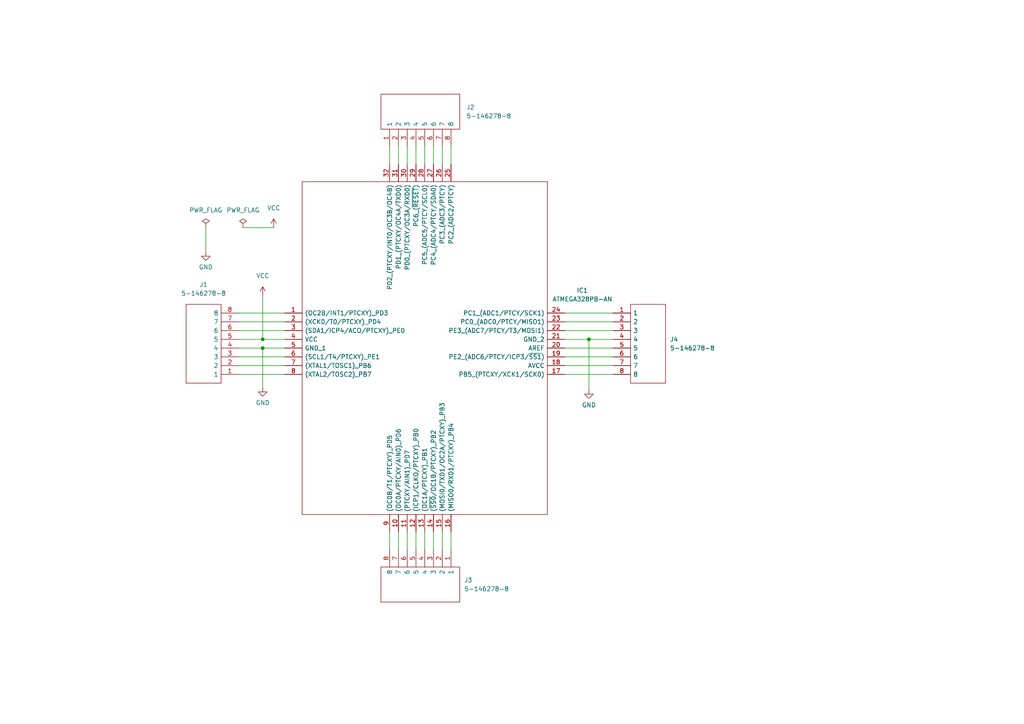
<source format=kicad_sch>
(kicad_sch (version 20211123) (generator eeschema)

  (uuid e63e39d7-6ac0-4ffd-8aa3-1841a4541b55)

  (paper "A4")

  (lib_symbols
    (symbol "SamacSys_Parts:5-146278-8" (pin_names (offset 0.762)) (in_bom yes) (on_board yes)
      (property "Reference" "J" (id 0) (at 16.51 7.62 0)
        (effects (font (size 1.27 1.27)) (justify left))
      )
      (property "Value" "5-146278-8" (id 1) (at 16.51 5.08 0)
        (effects (font (size 1.27 1.27)) (justify left))
      )
      (property "Footprint" "HDRV8W56P0X254_1X8_1991X234X872P" (id 2) (at 16.51 2.54 0)
        (effects (font (size 1.27 1.27)) (justify left) hide)
      )
      (property "Datasheet" "https://componentsearchengine.com/Datasheets/1/5-146278-8.pdf" (id 3) (at 16.51 0 0)
        (effects (font (size 1.27 1.27)) (justify left) hide)
      )
      (property "Description" "08 MODII HDR SRST B/A .100CL" (id 4) (at 16.51 -2.54 0)
        (effects (font (size 1.27 1.27)) (justify left) hide)
      )
      (property "Height" "8.72" (id 5) (at 16.51 -5.08 0)
        (effects (font (size 1.27 1.27)) (justify left) hide)
      )
      (property "Mouser Part Number" "571-5-146278-8" (id 6) (at 16.51 -7.62 0)
        (effects (font (size 1.27 1.27)) (justify left) hide)
      )
      (property "Mouser Price/Stock" "https://www.mouser.com/Search/Refine.aspx?Keyword=571-5-146278-8" (id 7) (at 16.51 -10.16 0)
        (effects (font (size 1.27 1.27)) (justify left) hide)
      )
      (property "Manufacturer_Name" "TE Connectivity" (id 8) (at 16.51 -12.7 0)
        (effects (font (size 1.27 1.27)) (justify left) hide)
      )
      (property "Manufacturer_Part_Number" "5-146278-8" (id 9) (at 16.51 -15.24 0)
        (effects (font (size 1.27 1.27)) (justify left) hide)
      )
      (property "ki_description" "08 MODII HDR SRST B/A .100CL" (id 10) (at 0 0 0)
        (effects (font (size 1.27 1.27)) hide)
      )
      (symbol "5-146278-8_0_0"
        (pin passive line (at 0 0 0) (length 5.08)
          (name "1" (effects (font (size 1.27 1.27))))
          (number "1" (effects (font (size 1.27 1.27))))
        )
        (pin passive line (at 0 -2.54 0) (length 5.08)
          (name "2" (effects (font (size 1.27 1.27))))
          (number "2" (effects (font (size 1.27 1.27))))
        )
        (pin passive line (at 0 -5.08 0) (length 5.08)
          (name "3" (effects (font (size 1.27 1.27))))
          (number "3" (effects (font (size 1.27 1.27))))
        )
        (pin passive line (at 0 -7.62 0) (length 5.08)
          (name "4" (effects (font (size 1.27 1.27))))
          (number "4" (effects (font (size 1.27 1.27))))
        )
        (pin passive line (at 0 -10.16 0) (length 5.08)
          (name "5" (effects (font (size 1.27 1.27))))
          (number "5" (effects (font (size 1.27 1.27))))
        )
        (pin passive line (at 0 -12.7 0) (length 5.08)
          (name "6" (effects (font (size 1.27 1.27))))
          (number "6" (effects (font (size 1.27 1.27))))
        )
        (pin passive line (at 0 -15.24 0) (length 5.08)
          (name "7" (effects (font (size 1.27 1.27))))
          (number "7" (effects (font (size 1.27 1.27))))
        )
        (pin passive line (at 0 -17.78 0) (length 5.08)
          (name "8" (effects (font (size 1.27 1.27))))
          (number "8" (effects (font (size 1.27 1.27))))
        )
      )
      (symbol "5-146278-8_0_1"
        (polyline
          (pts
            (xy 5.08 2.54)
            (xy 15.24 2.54)
            (xy 15.24 -20.32)
            (xy 5.08 -20.32)
            (xy 5.08 2.54)
          )
          (stroke (width 0.1524) (type default) (color 0 0 0 0))
          (fill (type none))
        )
      )
    )
    (symbol "SamacSys_Parts:ATMEGA328PB-AN" (pin_names (offset 0.762)) (in_bom yes) (on_board yes)
      (property "Reference" "IC" (id 0) (at 77.47 43.18 0)
        (effects (font (size 1.27 1.27)) (justify left))
      )
      (property "Value" "ATMEGA328PB-AN" (id 1) (at 77.47 40.64 0)
        (effects (font (size 1.27 1.27)) (justify left))
      )
      (property "Footprint" "QFP80P900X900X120-32N" (id 2) (at 77.47 38.1 0)
        (effects (font (size 1.27 1.27)) (justify left) hide)
      )
      (property "Datasheet" "http://ww1.microchip.com/downloads/en/DeviceDoc/40001906C.pdf" (id 3) (at 77.47 35.56 0)
        (effects (font (size 1.27 1.27)) (justify left) hide)
      )
      (property "Description" "MCU 8-bit ATmega AVR RISC 32KB Flash 2.5V/3.3V/5V 32-Pin TQFP Tray" (id 4) (at 77.47 33.02 0)
        (effects (font (size 1.27 1.27)) (justify left) hide)
      )
      (property "Height" "1.2" (id 5) (at 77.47 30.48 0)
        (effects (font (size 1.27 1.27)) (justify left) hide)
      )
      (property "Mouser Part Number" "556-ATMEGA328PB-AN" (id 6) (at 77.47 27.94 0)
        (effects (font (size 1.27 1.27)) (justify left) hide)
      )
      (property "Mouser Price/Stock" "https://www.mouser.co.uk/ProductDetail/Microchip-Technology-Atmel/ATMEGA328PB-AN?qs=jy4bLUHv09gDoS2J01KCIw%3D%3D" (id 7) (at 77.47 25.4 0)
        (effects (font (size 1.27 1.27)) (justify left) hide)
      )
      (property "Manufacturer_Name" "Microchip" (id 8) (at 77.47 22.86 0)
        (effects (font (size 1.27 1.27)) (justify left) hide)
      )
      (property "Manufacturer_Part_Number" "ATMEGA328PB-AN" (id 9) (at 77.47 20.32 0)
        (effects (font (size 1.27 1.27)) (justify left) hide)
      )
      (property "ki_description" "MCU 8-bit ATmega AVR RISC 32KB Flash 2.5V/3.3V/5V 32-Pin TQFP Tray" (id 10) (at 0 0 0)
        (effects (font (size 1.27 1.27)) hide)
      )
      (symbol "ATMEGA328PB-AN_0_0"
        (pin passive line (at 0 0 0) (length 5.08)
          (name "(OC2B/INT1/PTCXY)_PD3" (effects (font (size 1.27 1.27))))
          (number "1" (effects (font (size 1.27 1.27))))
        )
        (pin passive line (at 33.02 -63.5 90) (length 5.08)
          (name "(OC0A/PTCXY/AIN0)_PD6" (effects (font (size 1.27 1.27))))
          (number "10" (effects (font (size 1.27 1.27))))
        )
        (pin passive line (at 35.56 -63.5 90) (length 5.08)
          (name "(PTCXY/AIN1)_PD7" (effects (font (size 1.27 1.27))))
          (number "11" (effects (font (size 1.27 1.27))))
        )
        (pin passive line (at 38.1 -63.5 90) (length 5.08)
          (name "(ICP1/CLKO/PTCXY)_PB0" (effects (font (size 1.27 1.27))))
          (number "12" (effects (font (size 1.27 1.27))))
        )
        (pin passive line (at 40.64 -63.5 90) (length 5.08)
          (name "(OC1A/PTCXY)_PB1" (effects (font (size 1.27 1.27))))
          (number "13" (effects (font (size 1.27 1.27))))
        )
        (pin passive line (at 43.18 -63.5 90) (length 5.08)
          (name "(~{SS0}/OC1B/PTCXY)_PB2" (effects (font (size 1.27 1.27))))
          (number "14" (effects (font (size 1.27 1.27))))
        )
        (pin passive line (at 45.72 -63.5 90) (length 5.08)
          (name "(MOSI0/TXD1/OC2A/PTCXY)_PB3" (effects (font (size 1.27 1.27))))
          (number "15" (effects (font (size 1.27 1.27))))
        )
        (pin passive line (at 48.26 -63.5 90) (length 5.08)
          (name "(MISO0/RXD1/PTCXY)_PB4" (effects (font (size 1.27 1.27))))
          (number "16" (effects (font (size 1.27 1.27))))
        )
        (pin passive line (at 81.28 -17.78 180) (length 5.08)
          (name "PB5_(PTCXY/XCK1/SCK0)" (effects (font (size 1.27 1.27))))
          (number "17" (effects (font (size 1.27 1.27))))
        )
        (pin passive line (at 81.28 -15.24 180) (length 5.08)
          (name "AVCC" (effects (font (size 1.27 1.27))))
          (number "18" (effects (font (size 1.27 1.27))))
        )
        (pin passive line (at 81.28 -12.7 180) (length 5.08)
          (name "PE2_(ADC6/PTCY/ICP3/~{SS1})" (effects (font (size 1.27 1.27))))
          (number "19" (effects (font (size 1.27 1.27))))
        )
        (pin passive line (at 0 -2.54 0) (length 5.08)
          (name "(XCK0/T0/PTCXY)_PD4" (effects (font (size 1.27 1.27))))
          (number "2" (effects (font (size 1.27 1.27))))
        )
        (pin passive line (at 81.28 -10.16 180) (length 5.08)
          (name "AREF" (effects (font (size 1.27 1.27))))
          (number "20" (effects (font (size 1.27 1.27))))
        )
        (pin passive line (at 81.28 -7.62 180) (length 5.08)
          (name "GND_2" (effects (font (size 1.27 1.27))))
          (number "21" (effects (font (size 1.27 1.27))))
        )
        (pin passive line (at 81.28 -5.08 180) (length 5.08)
          (name "PE3_(ADC7/PTCY/T3/MOSI1)" (effects (font (size 1.27 1.27))))
          (number "22" (effects (font (size 1.27 1.27))))
        )
        (pin passive line (at 81.28 -2.54 180) (length 5.08)
          (name "PC0_(ADC0/PTCY/MISO1)" (effects (font (size 1.27 1.27))))
          (number "23" (effects (font (size 1.27 1.27))))
        )
        (pin passive line (at 81.28 0 180) (length 5.08)
          (name "PC1_(ADC1/PTCY/SCK1)" (effects (font (size 1.27 1.27))))
          (number "24" (effects (font (size 1.27 1.27))))
        )
        (pin passive line (at 48.26 43.18 270) (length 5.08)
          (name "PC2_(ADC2/PTCY)" (effects (font (size 1.27 1.27))))
          (number "25" (effects (font (size 1.27 1.27))))
        )
        (pin passive line (at 45.72 43.18 270) (length 5.08)
          (name "PC3_(ADC3/PTCY)" (effects (font (size 1.27 1.27))))
          (number "26" (effects (font (size 1.27 1.27))))
        )
        (pin passive line (at 43.18 43.18 270) (length 5.08)
          (name "PC4_(ADC4/PTCY/SDA0)" (effects (font (size 1.27 1.27))))
          (number "27" (effects (font (size 1.27 1.27))))
        )
        (pin passive line (at 40.64 43.18 270) (length 5.08)
          (name "PC5_(ADC5/PTCY/SCL0)" (effects (font (size 1.27 1.27))))
          (number "28" (effects (font (size 1.27 1.27))))
        )
        (pin passive line (at 38.1 43.18 270) (length 5.08)
          (name "PC6_(~{RESET})" (effects (font (size 1.27 1.27))))
          (number "29" (effects (font (size 1.27 1.27))))
        )
        (pin passive line (at 0 -5.08 0) (length 5.08)
          (name "(SDA1/ICP4/ACO/PTCXY)_PE0" (effects (font (size 1.27 1.27))))
          (number "3" (effects (font (size 1.27 1.27))))
        )
        (pin passive line (at 35.56 43.18 270) (length 5.08)
          (name "PD0_(PTCXY/OC3A/RXD0)" (effects (font (size 1.27 1.27))))
          (number "30" (effects (font (size 1.27 1.27))))
        )
        (pin passive line (at 33.02 43.18 270) (length 5.08)
          (name "PD1_(PTCXY/OC4A/TXD0)" (effects (font (size 1.27 1.27))))
          (number "31" (effects (font (size 1.27 1.27))))
        )
        (pin passive line (at 30.48 43.18 270) (length 5.08)
          (name "PD2_(PTCXY/INT0/OC3B/OC4B)" (effects (font (size 1.27 1.27))))
          (number "32" (effects (font (size 1.27 1.27))))
        )
        (pin passive line (at 0 -7.62 0) (length 5.08)
          (name "VCC" (effects (font (size 1.27 1.27))))
          (number "4" (effects (font (size 1.27 1.27))))
        )
        (pin passive line (at 0 -10.16 0) (length 5.08)
          (name "GND_1" (effects (font (size 1.27 1.27))))
          (number "5" (effects (font (size 1.27 1.27))))
        )
        (pin passive line (at 0 -12.7 0) (length 5.08)
          (name "(SCL1/T4/PTCXY)_PE1" (effects (font (size 1.27 1.27))))
          (number "6" (effects (font (size 1.27 1.27))))
        )
        (pin passive line (at 0 -15.24 0) (length 5.08)
          (name "(XTAL1/TOSC1)_PB6" (effects (font (size 1.27 1.27))))
          (number "7" (effects (font (size 1.27 1.27))))
        )
        (pin passive line (at 0 -17.78 0) (length 5.08)
          (name "(XTAL2/TOSC2)_PB7" (effects (font (size 1.27 1.27))))
          (number "8" (effects (font (size 1.27 1.27))))
        )
        (pin passive line (at 30.48 -63.5 90) (length 5.08)
          (name "(OC0B/T1/PTCXY)_PD5" (effects (font (size 1.27 1.27))))
          (number "9" (effects (font (size 1.27 1.27))))
        )
      )
      (symbol "ATMEGA328PB-AN_0_1"
        (polyline
          (pts
            (xy 5.08 38.1)
            (xy 76.2 38.1)
            (xy 76.2 -58.42)
            (xy 5.08 -58.42)
            (xy 5.08 38.1)
          )
          (stroke (width 0.1524) (type default) (color 0 0 0 0))
          (fill (type none))
        )
      )
    )
    (symbol "power:GND" (power) (pin_names (offset 0)) (in_bom yes) (on_board yes)
      (property "Reference" "#PWR" (id 0) (at 0 -6.35 0)
        (effects (font (size 1.27 1.27)) hide)
      )
      (property "Value" "GND" (id 1) (at 0 -3.81 0)
        (effects (font (size 1.27 1.27)))
      )
      (property "Footprint" "" (id 2) (at 0 0 0)
        (effects (font (size 1.27 1.27)) hide)
      )
      (property "Datasheet" "" (id 3) (at 0 0 0)
        (effects (font (size 1.27 1.27)) hide)
      )
      (property "ki_keywords" "power-flag" (id 4) (at 0 0 0)
        (effects (font (size 1.27 1.27)) hide)
      )
      (property "ki_description" "Power symbol creates a global label with name \"GND\" , ground" (id 5) (at 0 0 0)
        (effects (font (size 1.27 1.27)) hide)
      )
      (symbol "GND_0_1"
        (polyline
          (pts
            (xy 0 0)
            (xy 0 -1.27)
            (xy 1.27 -1.27)
            (xy 0 -2.54)
            (xy -1.27 -1.27)
            (xy 0 -1.27)
          )
          (stroke (width 0) (type default) (color 0 0 0 0))
          (fill (type none))
        )
      )
      (symbol "GND_1_1"
        (pin power_in line (at 0 0 270) (length 0) hide
          (name "GND" (effects (font (size 1.27 1.27))))
          (number "1" (effects (font (size 1.27 1.27))))
        )
      )
    )
    (symbol "power:PWR_FLAG" (power) (pin_numbers hide) (pin_names (offset 0) hide) (in_bom yes) (on_board yes)
      (property "Reference" "#FLG" (id 0) (at 0 1.905 0)
        (effects (font (size 1.27 1.27)) hide)
      )
      (property "Value" "PWR_FLAG" (id 1) (at 0 3.81 0)
        (effects (font (size 1.27 1.27)))
      )
      (property "Footprint" "" (id 2) (at 0 0 0)
        (effects (font (size 1.27 1.27)) hide)
      )
      (property "Datasheet" "~" (id 3) (at 0 0 0)
        (effects (font (size 1.27 1.27)) hide)
      )
      (property "ki_keywords" "power-flag" (id 4) (at 0 0 0)
        (effects (font (size 1.27 1.27)) hide)
      )
      (property "ki_description" "Special symbol for telling ERC where power comes from" (id 5) (at 0 0 0)
        (effects (font (size 1.27 1.27)) hide)
      )
      (symbol "PWR_FLAG_0_0"
        (pin power_out line (at 0 0 90) (length 0)
          (name "pwr" (effects (font (size 1.27 1.27))))
          (number "1" (effects (font (size 1.27 1.27))))
        )
      )
      (symbol "PWR_FLAG_0_1"
        (polyline
          (pts
            (xy 0 0)
            (xy 0 1.27)
            (xy -1.016 1.905)
            (xy 0 2.54)
            (xy 1.016 1.905)
            (xy 0 1.27)
          )
          (stroke (width 0) (type default) (color 0 0 0 0))
          (fill (type none))
        )
      )
    )
    (symbol "power:VCC" (power) (pin_names (offset 0)) (in_bom yes) (on_board yes)
      (property "Reference" "#PWR" (id 0) (at 0 -3.81 0)
        (effects (font (size 1.27 1.27)) hide)
      )
      (property "Value" "VCC" (id 1) (at 0 3.81 0)
        (effects (font (size 1.27 1.27)))
      )
      (property "Footprint" "" (id 2) (at 0 0 0)
        (effects (font (size 1.27 1.27)) hide)
      )
      (property "Datasheet" "" (id 3) (at 0 0 0)
        (effects (font (size 1.27 1.27)) hide)
      )
      (property "ki_keywords" "power-flag" (id 4) (at 0 0 0)
        (effects (font (size 1.27 1.27)) hide)
      )
      (property "ki_description" "Power symbol creates a global label with name \"VCC\"" (id 5) (at 0 0 0)
        (effects (font (size 1.27 1.27)) hide)
      )
      (symbol "VCC_0_1"
        (polyline
          (pts
            (xy -0.762 1.27)
            (xy 0 2.54)
          )
          (stroke (width 0) (type default) (color 0 0 0 0))
          (fill (type none))
        )
        (polyline
          (pts
            (xy 0 0)
            (xy 0 2.54)
          )
          (stroke (width 0) (type default) (color 0 0 0 0))
          (fill (type none))
        )
        (polyline
          (pts
            (xy 0 2.54)
            (xy 0.762 1.27)
          )
          (stroke (width 0) (type default) (color 0 0 0 0))
          (fill (type none))
        )
      )
      (symbol "VCC_1_1"
        (pin power_in line (at 0 0 90) (length 0) hide
          (name "VCC" (effects (font (size 1.27 1.27))))
          (number "1" (effects (font (size 1.27 1.27))))
        )
      )
    )
  )

  (junction (at 170.815 98.425) (diameter 0) (color 0 0 0 0)
    (uuid 7379f6f4-2b4c-4882-a293-d78e1c79e351)
  )
  (junction (at 76.2 98.425) (diameter 0) (color 0 0 0 0)
    (uuid f2ed98ad-ee43-4932-981a-d440169ac48f)
  )
  (junction (at 76.2 100.965) (diameter 0) (color 0 0 0 0)
    (uuid f97b357c-8f2f-40ec-95c1-e90493fbe567)
  )

  (wire (pts (xy 170.815 98.425) (xy 170.815 113.03))
    (stroke (width 0) (type default) (color 0 0 0 0))
    (uuid 093dbd7f-9491-4e48-9e35-1951082a7ddc)
  )
  (wire (pts (xy 76.2 100.965) (xy 82.55 100.965))
    (stroke (width 0) (type default) (color 0 0 0 0))
    (uuid 0ad8c54b-ca57-4539-9f6e-a4a9cfb1c85d)
  )
  (wire (pts (xy 128.27 154.305) (xy 128.27 159.385))
    (stroke (width 0) (type default) (color 0 0 0 0))
    (uuid 26adb980-2855-4619-928d-802d5dcf467d)
  )
  (wire (pts (xy 70.485 66.04) (xy 79.375 66.04))
    (stroke (width 0) (type default) (color 0 0 0 0))
    (uuid 27c686f7-f6ea-404a-9774-c7364acde222)
  )
  (wire (pts (xy 59.69 66.04) (xy 59.69 73.025))
    (stroke (width 0) (type default) (color 0 0 0 0))
    (uuid 2a73baef-13ac-4288-ae6c-8a1ac91e39b1)
  )
  (wire (pts (xy 120.65 42.545) (xy 120.65 47.625))
    (stroke (width 0) (type default) (color 0 0 0 0))
    (uuid 2cf38d6a-33b2-4ecb-88bb-22dc61c90e77)
  )
  (wire (pts (xy 163.83 95.885) (xy 177.8 95.885))
    (stroke (width 0) (type default) (color 0 0 0 0))
    (uuid 2df83ebe-1ddf-4544-b413-d0b7b3d7c49e)
  )
  (wire (pts (xy 125.73 42.545) (xy 125.73 47.625))
    (stroke (width 0) (type default) (color 0 0 0 0))
    (uuid 35b3597c-2d28-4bd3-85da-b865dd024ec7)
  )
  (wire (pts (xy 69.215 90.805) (xy 82.55 90.805))
    (stroke (width 0) (type default) (color 0 0 0 0))
    (uuid 3e56d761-a063-4515-b302-333c40809018)
  )
  (wire (pts (xy 69.215 95.885) (xy 82.55 95.885))
    (stroke (width 0) (type default) (color 0 0 0 0))
    (uuid 46ce31c6-8704-46a1-97b4-c6d8d230bf1d)
  )
  (wire (pts (xy 69.215 93.345) (xy 82.55 93.345))
    (stroke (width 0) (type default) (color 0 0 0 0))
    (uuid 4ac86c16-63a5-4791-8922-17e9964d96cf)
  )
  (wire (pts (xy 128.27 42.545) (xy 128.27 47.625))
    (stroke (width 0) (type default) (color 0 0 0 0))
    (uuid 4df0bc35-f818-4cec-957f-ff4f19ebf373)
  )
  (wire (pts (xy 69.215 98.425) (xy 76.2 98.425))
    (stroke (width 0) (type default) (color 0 0 0 0))
    (uuid 51910664-0c82-4c00-bb5c-c64c5f325b78)
  )
  (wire (pts (xy 163.83 98.425) (xy 170.815 98.425))
    (stroke (width 0) (type default) (color 0 0 0 0))
    (uuid 58a22765-7f2e-4f66-9ea8-f56fcca75dda)
  )
  (wire (pts (xy 163.83 93.345) (xy 177.8 93.345))
    (stroke (width 0) (type default) (color 0 0 0 0))
    (uuid 5a29cdb1-72f4-490b-b940-70ed3bd8dac4)
  )
  (wire (pts (xy 163.83 90.805) (xy 177.8 90.805))
    (stroke (width 0) (type default) (color 0 0 0 0))
    (uuid 5aa0e472-160b-49ac-864f-0fa7cd9cf9b0)
  )
  (wire (pts (xy 125.73 154.305) (xy 125.73 159.385))
    (stroke (width 0) (type default) (color 0 0 0 0))
    (uuid 5b782a8e-76ca-4890-a832-6d3d24fe9291)
  )
  (wire (pts (xy 120.65 154.305) (xy 120.65 159.385))
    (stroke (width 0) (type default) (color 0 0 0 0))
    (uuid 633ca46e-7ce0-478c-bea5-08ee988e6cf5)
  )
  (wire (pts (xy 163.83 108.585) (xy 177.8 108.585))
    (stroke (width 0) (type default) (color 0 0 0 0))
    (uuid 7055685d-2e9b-46e1-bc20-a497c53cfccc)
  )
  (wire (pts (xy 69.215 108.585) (xy 82.55 108.585))
    (stroke (width 0) (type default) (color 0 0 0 0))
    (uuid 7dbb4fb6-3947-45a6-b178-c254c2eadb2a)
  )
  (wire (pts (xy 69.215 100.965) (xy 76.2 100.965))
    (stroke (width 0) (type default) (color 0 0 0 0))
    (uuid 7f95c579-d237-4fa1-8a9e-ba68db08071f)
  )
  (wire (pts (xy 115.57 154.305) (xy 115.57 159.385))
    (stroke (width 0) (type default) (color 0 0 0 0))
    (uuid 80bc0467-dc46-4791-9307-44241d7966d4)
  )
  (wire (pts (xy 163.83 103.505) (xy 177.8 103.505))
    (stroke (width 0) (type default) (color 0 0 0 0))
    (uuid 86bb7e54-f037-47a0-b596-e108d6b4f269)
  )
  (wire (pts (xy 76.2 100.965) (xy 76.2 112.395))
    (stroke (width 0) (type default) (color 0 0 0 0))
    (uuid 8907a62d-dc81-4d27-9597-dfd784b549cc)
  )
  (wire (pts (xy 130.81 154.305) (xy 130.81 159.385))
    (stroke (width 0) (type default) (color 0 0 0 0))
    (uuid 8a962e46-a09b-4002-9560-1ec291e152f4)
  )
  (wire (pts (xy 69.215 106.045) (xy 82.55 106.045))
    (stroke (width 0) (type default) (color 0 0 0 0))
    (uuid 8ff61392-2c4c-4cb1-8f17-7b818aee36b4)
  )
  (wire (pts (xy 113.03 154.305) (xy 113.03 159.385))
    (stroke (width 0) (type default) (color 0 0 0 0))
    (uuid 9a39ef3d-fcf8-43ac-a04c-cf9550dc358c)
  )
  (wire (pts (xy 170.815 98.425) (xy 177.8 98.425))
    (stroke (width 0) (type default) (color 0 0 0 0))
    (uuid 9d4774f7-3d11-40bd-a233-40a1e4091931)
  )
  (wire (pts (xy 69.215 103.505) (xy 82.55 103.505))
    (stroke (width 0) (type default) (color 0 0 0 0))
    (uuid a30f8fc6-ea95-4ca0-b5f6-ef1505850011)
  )
  (wire (pts (xy 123.19 154.305) (xy 123.19 159.385))
    (stroke (width 0) (type default) (color 0 0 0 0))
    (uuid a97c7985-e287-4344-8aa3-ac1c6e4c8a92)
  )
  (wire (pts (xy 115.57 42.545) (xy 115.57 47.625))
    (stroke (width 0) (type default) (color 0 0 0 0))
    (uuid cbf4f2a4-3369-42f0-ae49-e23c0842667a)
  )
  (wire (pts (xy 130.81 42.545) (xy 130.81 47.625))
    (stroke (width 0) (type default) (color 0 0 0 0))
    (uuid ce10c672-576f-4ed7-b2c8-49a94e67c245)
  )
  (wire (pts (xy 113.03 42.545) (xy 113.03 47.625))
    (stroke (width 0) (type default) (color 0 0 0 0))
    (uuid d10c5232-4237-4c2a-895a-1f55828f1482)
  )
  (wire (pts (xy 118.11 154.305) (xy 118.11 159.385))
    (stroke (width 0) (type default) (color 0 0 0 0))
    (uuid d96ed4d8-996a-44af-aec1-b27f14d1b5bf)
  )
  (wire (pts (xy 76.2 85.725) (xy 76.2 98.425))
    (stroke (width 0) (type default) (color 0 0 0 0))
    (uuid dab2920e-fc65-4c0c-a66e-bee9f21f06c3)
  )
  (wire (pts (xy 76.2 98.425) (xy 82.55 98.425))
    (stroke (width 0) (type default) (color 0 0 0 0))
    (uuid e2b21115-810e-460f-af87-ce8fece94ffe)
  )
  (wire (pts (xy 163.83 100.965) (xy 177.8 100.965))
    (stroke (width 0) (type default) (color 0 0 0 0))
    (uuid ec51372b-772c-40c6-ad58-bf05ad60b91d)
  )
  (wire (pts (xy 123.19 42.545) (xy 123.19 47.625))
    (stroke (width 0) (type default) (color 0 0 0 0))
    (uuid f7130fb1-a1e1-4e73-85f4-c7f7ccae3048)
  )
  (wire (pts (xy 118.11 42.545) (xy 118.11 47.625))
    (stroke (width 0) (type default) (color 0 0 0 0))
    (uuid fa15908b-b974-4d08-a66c-21578a348a2c)
  )
  (wire (pts (xy 163.83 106.045) (xy 177.8 106.045))
    (stroke (width 0) (type default) (color 0 0 0 0))
    (uuid fe4cc217-32a1-4374-9d51-46234fb59001)
  )

  (symbol (lib_id "power:PWR_FLAG") (at 70.485 66.04 0) (unit 1)
    (in_bom yes) (on_board yes) (fields_autoplaced)
    (uuid 186d5985-01b8-4441-b826-59712c03da10)
    (property "Reference" "#FLG02" (id 0) (at 70.485 64.135 0)
      (effects (font (size 1.27 1.27)) hide)
    )
    (property "Value" "PWR_FLAG" (id 1) (at 70.485 60.96 0))
    (property "Footprint" "" (id 2) (at 70.485 66.04 0)
      (effects (font (size 1.27 1.27)) hide)
    )
    (property "Datasheet" "~" (id 3) (at 70.485 66.04 0)
      (effects (font (size 1.27 1.27)) hide)
    )
    (pin "1" (uuid 2ac95c9e-7f2e-404a-b029-c2f61a5b83cd))
  )

  (symbol (lib_id "power:VCC") (at 76.2 85.725 0) (unit 1)
    (in_bom yes) (on_board yes) (fields_autoplaced)
    (uuid 195de849-1416-4725-b031-a2363ca7bbed)
    (property "Reference" "#PWR0103" (id 0) (at 76.2 89.535 0)
      (effects (font (size 1.27 1.27)) hide)
    )
    (property "Value" "VCC" (id 1) (at 76.2 80.01 0))
    (property "Footprint" "" (id 2) (at 76.2 85.725 0)
      (effects (font (size 1.27 1.27)) hide)
    )
    (property "Datasheet" "" (id 3) (at 76.2 85.725 0)
      (effects (font (size 1.27 1.27)) hide)
    )
    (pin "1" (uuid dc2d36c3-f4c9-484d-a532-a38278dfe640))
  )

  (symbol (lib_id "SamacSys_Parts:5-146278-8") (at 177.8 90.805 0) (unit 1)
    (in_bom yes) (on_board yes) (fields_autoplaced)
    (uuid 20b6f547-8f23-4ca0-8198-b15b71fba76d)
    (property "Reference" "J4" (id 0) (at 194.31 98.4249 0)
      (effects (font (size 1.27 1.27)) (justify left))
    )
    (property "Value" "5-146278-8" (id 1) (at 194.31 100.9649 0)
      (effects (font (size 1.27 1.27)) (justify left))
    )
    (property "Footprint" "HDRV8W56P0X254_1X8_1991X234X872P" (id 2) (at 194.31 88.265 0)
      (effects (font (size 1.27 1.27)) (justify left) hide)
    )
    (property "Datasheet" "https://componentsearchengine.com/Datasheets/1/5-146278-8.pdf" (id 3) (at 194.31 90.805 0)
      (effects (font (size 1.27 1.27)) (justify left) hide)
    )
    (property "Description" "08 MODII HDR SRST B/A .100CL" (id 4) (at 194.31 93.345 0)
      (effects (font (size 1.27 1.27)) (justify left) hide)
    )
    (property "Height" "8.72" (id 5) (at 194.31 95.885 0)
      (effects (font (size 1.27 1.27)) (justify left) hide)
    )
    (property "Mouser Part Number" "571-5-146278-8" (id 6) (at 194.31 98.425 0)
      (effects (font (size 1.27 1.27)) (justify left) hide)
    )
    (property "Mouser Price/Stock" "https://www.mouser.com/Search/Refine.aspx?Keyword=571-5-146278-8" (id 7) (at 194.31 100.965 0)
      (effects (font (size 1.27 1.27)) (justify left) hide)
    )
    (property "Manufacturer_Name" "TE Connectivity" (id 8) (at 194.31 103.505 0)
      (effects (font (size 1.27 1.27)) (justify left) hide)
    )
    (property "Manufacturer_Part_Number" "5-146278-8" (id 9) (at 194.31 106.045 0)
      (effects (font (size 1.27 1.27)) (justify left) hide)
    )
    (pin "1" (uuid b15cb383-7ebe-47e4-8de4-90e4bb592ca1))
    (pin "2" (uuid cd456294-dca4-4c26-9abc-c7a07f86c1c8))
    (pin "3" (uuid 3962f024-df76-4ce5-a845-a5bfd0cc118f))
    (pin "4" (uuid 1c67d947-286e-4eeb-ad61-68de893b3f2c))
    (pin "5" (uuid ea0658cd-816e-408e-924b-067dc4ea75f8))
    (pin "6" (uuid 3be93bf9-8c44-4bd5-ab0f-f48691dd7c5d))
    (pin "7" (uuid 3de5b137-b7ed-4a67-a65d-5332350a142e))
    (pin "8" (uuid 4a7a8704-b751-4f8c-aedf-2558a0174a72))
  )

  (symbol (lib_id "SamacSys_Parts:ATMEGA328PB-AN") (at 82.55 90.805 0) (unit 1)
    (in_bom yes) (on_board yes) (fields_autoplaced)
    (uuid 283c990c-ae5a-4e41-a3ad-b40ca29fe90e)
    (property "Reference" "IC1" (id 0) (at 168.91 84.2262 0))
    (property "Value" "ATMEGA328PB-AN" (id 1) (at 168.91 86.7662 0))
    (property "Footprint" "QFP80P900X900X120-32N" (id 2) (at 160.02 52.705 0)
      (effects (font (size 1.27 1.27)) (justify left) hide)
    )
    (property "Datasheet" "http://ww1.microchip.com/downloads/en/DeviceDoc/40001906C.pdf" (id 3) (at 160.02 55.245 0)
      (effects (font (size 1.27 1.27)) (justify left) hide)
    )
    (property "Description" "MCU 8-bit ATmega AVR RISC 32KB Flash 2.5V/3.3V/5V 32-Pin TQFP Tray" (id 4) (at 160.02 57.785 0)
      (effects (font (size 1.27 1.27)) (justify left) hide)
    )
    (property "Height" "1.2" (id 5) (at 160.02 60.325 0)
      (effects (font (size 1.27 1.27)) (justify left) hide)
    )
    (property "Mouser Part Number" "556-ATMEGA328PB-AN" (id 6) (at 160.02 62.865 0)
      (effects (font (size 1.27 1.27)) (justify left) hide)
    )
    (property "Mouser Price/Stock" "https://www.mouser.co.uk/ProductDetail/Microchip-Technology-Atmel/ATMEGA328PB-AN?qs=jy4bLUHv09gDoS2J01KCIw%3D%3D" (id 7) (at 160.02 65.405 0)
      (effects (font (size 1.27 1.27)) (justify left) hide)
    )
    (property "Manufacturer_Name" "Microchip" (id 8) (at 160.02 67.945 0)
      (effects (font (size 1.27 1.27)) (justify left) hide)
    )
    (property "Manufacturer_Part_Number" "ATMEGA328PB-AN" (id 9) (at 160.02 70.485 0)
      (effects (font (size 1.27 1.27)) (justify left) hide)
    )
    (pin "1" (uuid 337e8520-cbd2-42c0-8d17-743bab17cbbd))
    (pin "10" (uuid fdc60c06-30fa-4dfb-96b4-809b755999e1))
    (pin "11" (uuid f0ff5d1c-5481-4958-b844-4f68a17d4166))
    (pin "12" (uuid 96db52e2-6336-4f5e-846e-528c594d0509))
    (pin "13" (uuid 59fc765e-1357-4c94-9529-5635418c7d73))
    (pin "14" (uuid 89a8e170-a222-41c0-b545-c9f4c5604011))
    (pin "15" (uuid 9529c01f-e1cd-40be-b7f0-83780a544249))
    (pin "16" (uuid d68e5ddb-039c-483f-88a3-1b0b7964b482))
    (pin "17" (uuid 6f580eb1-88cc-489d-a7ca-9efa5e590715))
    (pin "18" (uuid b13e8448-bf35-4ec0-9c70-3f2250718cc2))
    (pin "19" (uuid 5c7d6eaf-f256-4349-8203-d2e836872231))
    (pin "2" (uuid dde8619c-5a8c-40eb-9845-65e6a654222d))
    (pin "20" (uuid c7df8431-dcf5-4ab4-b8f8-21c1cafc5246))
    (pin "21" (uuid d38aa458-d7c4-47af-ba08-2b6be506a3fd))
    (pin "22" (uuid 3a41dd27-ec14-44d5-b505-aad1d829f79a))
    (pin "23" (uuid 0dfdfa9f-1e3f-4e14-b64b-12bde76a80c7))
    (pin "24" (uuid e7d81bce-286e-41e4-9181-3511e9c0455e))
    (pin "25" (uuid 98fe66f3-ec8b-4515-ae34-617f2124a7ec))
    (pin "26" (uuid fc3d51c1-8b35-4da3-a742-0ebe104989d7))
    (pin "27" (uuid 62e8c4d4-266c-4e53-8981-1028251d724c))
    (pin "28" (uuid 252f1275-081d-4d77-8bd5-3b9e6916ef42))
    (pin "29" (uuid 6b91a3ee-fdcd-4bfe-ad57-c8d5ea9903a8))
    (pin "3" (uuid bd793ae5-cde5-43f6-8def-1f95f35b1be6))
    (pin "30" (uuid 10e52e95-44f3-4059-a86d-dcda603e0623))
    (pin "31" (uuid 74f5ec08-7600-4a0b-a9e4-aae29f9ea08a))
    (pin "32" (uuid e70b6168-f98e-4322-bc55-500948ef7b77))
    (pin "4" (uuid 3c8d03bf-f31d-4aa0-b8db-a227ffd7d8d6))
    (pin "5" (uuid 142dd724-2a9f-4eea-ab21-209b1bc7ec65))
    (pin "6" (uuid 15a82541-58d8-45b5-99c5-fb52e017e3ea))
    (pin "7" (uuid 0fc5db66-6188-4c1f-bb14-0868bef113eb))
    (pin "8" (uuid 3d6cdd62-5634-4e30-acf8-1b9c1dbf6653))
    (pin "9" (uuid bb59b92a-e4d0-4b9e-82cd-26304f5c15b8))
  )

  (symbol (lib_id "power:PWR_FLAG") (at 59.69 66.04 0) (unit 1)
    (in_bom yes) (on_board yes) (fields_autoplaced)
    (uuid 44105186-101d-4b5c-b911-2b008155ec0a)
    (property "Reference" "#FLG01" (id 0) (at 59.69 64.135 0)
      (effects (font (size 1.27 1.27)) hide)
    )
    (property "Value" "PWR_FLAG" (id 1) (at 59.69 60.96 0))
    (property "Footprint" "" (id 2) (at 59.69 66.04 0)
      (effects (font (size 1.27 1.27)) hide)
    )
    (property "Datasheet" "~" (id 3) (at 59.69 66.04 0)
      (effects (font (size 1.27 1.27)) hide)
    )
    (pin "1" (uuid 01313a5e-7e20-4f63-acc5-b2bd8779e634))
  )

  (symbol (lib_id "power:GND") (at 76.2 112.395 0) (unit 1)
    (in_bom yes) (on_board yes) (fields_autoplaced)
    (uuid 5f95777e-7da0-47dd-9276-f3c3694317f8)
    (property "Reference" "#PWR0105" (id 0) (at 76.2 118.745 0)
      (effects (font (size 1.27 1.27)) hide)
    )
    (property "Value" "GND" (id 1) (at 76.2 116.84 0))
    (property "Footprint" "" (id 2) (at 76.2 112.395 0)
      (effects (font (size 1.27 1.27)) hide)
    )
    (property "Datasheet" "" (id 3) (at 76.2 112.395 0)
      (effects (font (size 1.27 1.27)) hide)
    )
    (pin "1" (uuid 8b09720c-6960-4ed0-85fd-74aab83c85dc))
  )

  (symbol (lib_id "power:GND") (at 170.815 113.03 0) (unit 1)
    (in_bom yes) (on_board yes) (fields_autoplaced)
    (uuid 89d7a2d5-d6eb-40de-8f04-4182fce6ae59)
    (property "Reference" "#PWR0101" (id 0) (at 170.815 119.38 0)
      (effects (font (size 1.27 1.27)) hide)
    )
    (property "Value" "GND" (id 1) (at 170.815 117.475 0))
    (property "Footprint" "" (id 2) (at 170.815 113.03 0)
      (effects (font (size 1.27 1.27)) hide)
    )
    (property "Datasheet" "" (id 3) (at 170.815 113.03 0)
      (effects (font (size 1.27 1.27)) hide)
    )
    (pin "1" (uuid 8e587edf-f9da-4f75-a851-56f257635ce1))
  )

  (symbol (lib_id "power:VCC") (at 79.375 66.04 0) (unit 1)
    (in_bom yes) (on_board yes) (fields_autoplaced)
    (uuid 9d6c09f7-9592-42b1-83ad-df5976415556)
    (property "Reference" "#PWR0102" (id 0) (at 79.375 69.85 0)
      (effects (font (size 1.27 1.27)) hide)
    )
    (property "Value" "" (id 1) (at 79.375 60.325 0))
    (property "Footprint" "" (id 2) (at 79.375 66.04 0)
      (effects (font (size 1.27 1.27)) hide)
    )
    (property "Datasheet" "" (id 3) (at 79.375 66.04 0)
      (effects (font (size 1.27 1.27)) hide)
    )
    (pin "1" (uuid fa52629e-3ea5-4a5e-a7dc-9119b807e272))
  )

  (symbol (lib_id "SamacSys_Parts:5-146278-8") (at 130.81 159.385 270) (unit 1)
    (in_bom yes) (on_board yes) (fields_autoplaced)
    (uuid bd82fd04-e969-43fc-91cd-f9b168211b79)
    (property "Reference" "J3" (id 0) (at 134.62 168.2749 90)
      (effects (font (size 1.27 1.27)) (justify left))
    )
    (property "Value" "5-146278-8" (id 1) (at 134.62 170.8149 90)
      (effects (font (size 1.27 1.27)) (justify left))
    )
    (property "Footprint" "HDRV8W56P0X254_1X8_1991X234X872P" (id 2) (at 133.35 175.895 0)
      (effects (font (size 1.27 1.27)) (justify left) hide)
    )
    (property "Datasheet" "https://componentsearchengine.com/Datasheets/1/5-146278-8.pdf" (id 3) (at 130.81 175.895 0)
      (effects (font (size 1.27 1.27)) (justify left) hide)
    )
    (property "Description" "08 MODII HDR SRST B/A .100CL" (id 4) (at 128.27 175.895 0)
      (effects (font (size 1.27 1.27)) (justify left) hide)
    )
    (property "Height" "8.72" (id 5) (at 125.73 175.895 0)
      (effects (font (size 1.27 1.27)) (justify left) hide)
    )
    (property "Mouser Part Number" "571-5-146278-8" (id 6) (at 123.19 175.895 0)
      (effects (font (size 1.27 1.27)) (justify left) hide)
    )
    (property "Mouser Price/Stock" "https://www.mouser.com/Search/Refine.aspx?Keyword=571-5-146278-8" (id 7) (at 120.65 175.895 0)
      (effects (font (size 1.27 1.27)) (justify left) hide)
    )
    (property "Manufacturer_Name" "TE Connectivity" (id 8) (at 118.11 175.895 0)
      (effects (font (size 1.27 1.27)) (justify left) hide)
    )
    (property "Manufacturer_Part_Number" "5-146278-8" (id 9) (at 115.57 175.895 0)
      (effects (font (size 1.27 1.27)) (justify left) hide)
    )
    (pin "1" (uuid 3528fcb0-09fc-4913-8bad-fbc21930a357))
    (pin "2" (uuid 0e3952f8-cef5-42e5-8e67-b47a6a5bba8c))
    (pin "3" (uuid 1fb6f07a-a305-4ca2-95c9-7f649c404765))
    (pin "4" (uuid 1a3c265d-5263-4d9c-a4c1-d300fe219a8b))
    (pin "5" (uuid b2ba0f23-ce61-45d8-b894-487785e72d3c))
    (pin "6" (uuid 7e80aaac-98d9-445a-950e-66076318244d))
    (pin "7" (uuid 5ddfe1b9-858f-46a5-a195-5981beddafee))
    (pin "8" (uuid b79adfd9-dbae-480d-ab5a-2a9c412479a2))
  )

  (symbol (lib_id "power:GND") (at 59.69 73.025 0) (unit 1)
    (in_bom yes) (on_board yes) (fields_autoplaced)
    (uuid c5139f19-0eff-427f-b704-45f0699a9cfc)
    (property "Reference" "#PWR0104" (id 0) (at 59.69 79.375 0)
      (effects (font (size 1.27 1.27)) hide)
    )
    (property "Value" "" (id 1) (at 59.69 77.47 0))
    (property "Footprint" "" (id 2) (at 59.69 73.025 0)
      (effects (font (size 1.27 1.27)) hide)
    )
    (property "Datasheet" "" (id 3) (at 59.69 73.025 0)
      (effects (font (size 1.27 1.27)) hide)
    )
    (pin "1" (uuid 0f76b77d-7abe-4722-beba-999b63398971))
  )

  (symbol (lib_id "SamacSys_Parts:5-146278-8") (at 113.03 42.545 90) (unit 1)
    (in_bom yes) (on_board yes) (fields_autoplaced)
    (uuid d6b60ba2-e900-45a7-8a28-a0f50cbb4716)
    (property "Reference" "J2" (id 0) (at 135.255 31.1149 90)
      (effects (font (size 1.27 1.27)) (justify right))
    )
    (property "Value" "5-146278-8" (id 1) (at 135.255 33.6549 90)
      (effects (font (size 1.27 1.27)) (justify right))
    )
    (property "Footprint" "HDRV8W56P0X254_1X8_1991X234X872P" (id 2) (at 110.49 26.035 0)
      (effects (font (size 1.27 1.27)) (justify left) hide)
    )
    (property "Datasheet" "https://componentsearchengine.com/Datasheets/1/5-146278-8.pdf" (id 3) (at 113.03 26.035 0)
      (effects (font (size 1.27 1.27)) (justify left) hide)
    )
    (property "Description" "08 MODII HDR SRST B/A .100CL" (id 4) (at 115.57 26.035 0)
      (effects (font (size 1.27 1.27)) (justify left) hide)
    )
    (property "Height" "8.72" (id 5) (at 118.11 26.035 0)
      (effects (font (size 1.27 1.27)) (justify left) hide)
    )
    (property "Mouser Part Number" "571-5-146278-8" (id 6) (at 120.65 26.035 0)
      (effects (font (size 1.27 1.27)) (justify left) hide)
    )
    (property "Mouser Price/Stock" "https://www.mouser.com/Search/Refine.aspx?Keyword=571-5-146278-8" (id 7) (at 123.19 26.035 0)
      (effects (font (size 1.27 1.27)) (justify left) hide)
    )
    (property "Manufacturer_Name" "TE Connectivity" (id 8) (at 125.73 26.035 0)
      (effects (font (size 1.27 1.27)) (justify left) hide)
    )
    (property "Manufacturer_Part_Number" "5-146278-8" (id 9) (at 128.27 26.035 0)
      (effects (font (size 1.27 1.27)) (justify left) hide)
    )
    (pin "1" (uuid 53b14fd1-879a-41ad-baa1-67e390332177))
    (pin "2" (uuid b128f467-64ab-44a2-a68a-245fad21f34c))
    (pin "3" (uuid 20f2208a-118a-4e77-8bac-5696f025e503))
    (pin "4" (uuid e98fb1e9-dcb3-4943-b5e9-ac5075fe1d4f))
    (pin "5" (uuid 36346c4e-23ec-4f06-8a2f-959bad8ff041))
    (pin "6" (uuid 237eb5c3-8188-4fa4-a2c6-9b37a4be1688))
    (pin "7" (uuid 5f119573-1b63-4dfb-97c3-f0d9e540c910))
    (pin "8" (uuid 9e769b9c-79d9-4ba3-b34f-fc79246f6b04))
  )

  (symbol (lib_id "SamacSys_Parts:5-146278-8") (at 69.215 108.585 180) (unit 1)
    (in_bom yes) (on_board yes) (fields_autoplaced)
    (uuid efadcb34-53ea-4c03-b380-beb23e60eebf)
    (property "Reference" "J1" (id 0) (at 59.055 82.55 0))
    (property "Value" "5-146278-8" (id 1) (at 59.055 85.09 0))
    (property "Footprint" "HDRV8W56P0X254_1X8_1991X234X872P" (id 2) (at 52.705 111.125 0)
      (effects (font (size 1.27 1.27)) (justify left) hide)
    )
    (property "Datasheet" "https://componentsearchengine.com/Datasheets/1/5-146278-8.pdf" (id 3) (at 52.705 108.585 0)
      (effects (font (size 1.27 1.27)) (justify left) hide)
    )
    (property "Description" "08 MODII HDR SRST B/A .100CL" (id 4) (at 52.705 106.045 0)
      (effects (font (size 1.27 1.27)) (justify left) hide)
    )
    (property "Height" "8.72" (id 5) (at 52.705 103.505 0)
      (effects (font (size 1.27 1.27)) (justify left) hide)
    )
    (property "Mouser Part Number" "571-5-146278-8" (id 6) (at 52.705 100.965 0)
      (effects (font (size 1.27 1.27)) (justify left) hide)
    )
    (property "Mouser Price/Stock" "https://www.mouser.com/Search/Refine.aspx?Keyword=571-5-146278-8" (id 7) (at 52.705 98.425 0)
      (effects (font (size 1.27 1.27)) (justify left) hide)
    )
    (property "Manufacturer_Name" "TE Connectivity" (id 8) (at 52.705 95.885 0)
      (effects (font (size 1.27 1.27)) (justify left) hide)
    )
    (property "Manufacturer_Part_Number" "5-146278-8" (id 9) (at 52.705 93.345 0)
      (effects (font (size 1.27 1.27)) (justify left) hide)
    )
    (pin "1" (uuid 9a11202e-0076-401f-b6ef-df78f1e51b09))
    (pin "2" (uuid 60b48fd5-5c69-4b92-a294-e0da30c6c674))
    (pin "3" (uuid f01186e8-b23a-4a27-b6a1-f3c1116df687))
    (pin "4" (uuid 11505a13-4d3e-4fac-b5c2-dbea71f303b2))
    (pin "5" (uuid 1bb738b7-3b5f-4149-9482-1fadb6d4b9b7))
    (pin "6" (uuid 7960ca89-a54f-4c4f-8ff6-68fde4ed7f19))
    (pin "7" (uuid 9b0bda1f-93ea-48d2-bb02-69e4f0f2f483))
    (pin "8" (uuid 0e486c06-ad4f-470d-b52e-fa70fe81be30))
  )

  (sheet_instances
    (path "/" (page "1"))
  )

  (symbol_instances
    (path "/44105186-101d-4b5c-b911-2b008155ec0a"
      (reference "#FLG01") (unit 1) (value "PWR_FLAG") (footprint "")
    )
    (path "/186d5985-01b8-4441-b826-59712c03da10"
      (reference "#FLG02") (unit 1) (value "PWR_FLAG") (footprint "")
    )
    (path "/89d7a2d5-d6eb-40de-8f04-4182fce6ae59"
      (reference "#PWR0101") (unit 1) (value "GND") (footprint "")
    )
    (path "/9d6c09f7-9592-42b1-83ad-df5976415556"
      (reference "#PWR0102") (unit 1) (value "VCC") (footprint "")
    )
    (path "/195de849-1416-4725-b031-a2363ca7bbed"
      (reference "#PWR0103") (unit 1) (value "VCC") (footprint "")
    )
    (path "/c5139f19-0eff-427f-b704-45f0699a9cfc"
      (reference "#PWR0104") (unit 1) (value "GND") (footprint "")
    )
    (path "/5f95777e-7da0-47dd-9276-f3c3694317f8"
      (reference "#PWR0105") (unit 1) (value "GND") (footprint "")
    )
    (path "/283c990c-ae5a-4e41-a3ad-b40ca29fe90e"
      (reference "IC1") (unit 1) (value "ATMEGA328PB-AN") (footprint "QFP80P900X900X120-32N")
    )
    (path "/efadcb34-53ea-4c03-b380-beb23e60eebf"
      (reference "J1") (unit 1) (value "5-146278-8") (footprint "HDRV8W56P0X254_1X8_1991X234X872P")
    )
    (path "/d6b60ba2-e900-45a7-8a28-a0f50cbb4716"
      (reference "J2") (unit 1) (value "5-146278-8") (footprint "HDRV8W56P0X254_1X8_1991X234X872P")
    )
    (path "/bd82fd04-e969-43fc-91cd-f9b168211b79"
      (reference "J3") (unit 1) (value "5-146278-8") (footprint "HDRV8W56P0X254_1X8_1991X234X872P")
    )
    (path "/20b6f547-8f23-4ca0-8198-b15b71fba76d"
      (reference "J4") (unit 1) (value "5-146278-8") (footprint "HDRV8W56P0X254_1X8_1991X234X872P")
    )
  )
)

</source>
